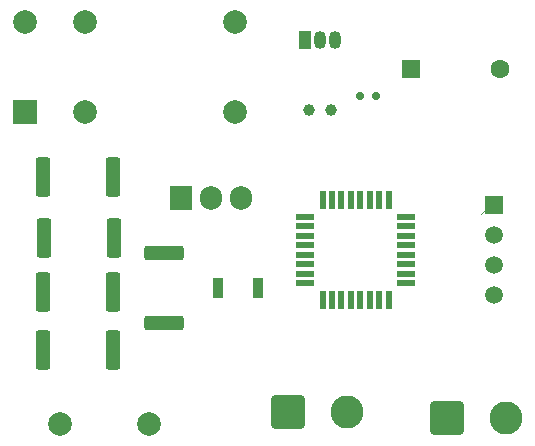
<source format=gbr>
%TF.GenerationSoftware,KiCad,Pcbnew,9.0.0*%
%TF.CreationDate,2025-03-27T13:05:49+05:30*%
%TF.ProjectId,incubator,696e6375-6261-4746-9f72-2e6b69636164,rev?*%
%TF.SameCoordinates,Original*%
%TF.FileFunction,Soldermask,Top*%
%TF.FilePolarity,Negative*%
%FSLAX46Y46*%
G04 Gerber Fmt 4.6, Leading zero omitted, Abs format (unit mm)*
G04 Created by KiCad (PCBNEW 9.0.0) date 2025-03-27 13:05:49*
%MOMM*%
%LPD*%
G01*
G04 APERTURE LIST*
G04 Aperture macros list*
%AMRoundRect*
0 Rectangle with rounded corners*
0 $1 Rounding radius*
0 $2 $3 $4 $5 $6 $7 $8 $9 X,Y pos of 4 corners*
0 Add a 4 corners polygon primitive as box body*
4,1,4,$2,$3,$4,$5,$6,$7,$8,$9,$2,$3,0*
0 Add four circle primitives for the rounded corners*
1,1,$1+$1,$2,$3*
1,1,$1+$1,$4,$5*
1,1,$1+$1,$6,$7*
1,1,$1+$1,$8,$9*
0 Add four rect primitives between the rounded corners*
20,1,$1+$1,$2,$3,$4,$5,0*
20,1,$1+$1,$4,$5,$6,$7,0*
20,1,$1+$1,$6,$7,$8,$9,0*
20,1,$1+$1,$8,$9,$2,$3,0*%
G04 Aperture macros list end*
%ADD10RoundRect,0.250001X-1.149999X-1.149999X1.149999X-1.149999X1.149999X1.149999X-1.149999X1.149999X0*%
%ADD11C,2.800000*%
%ADD12R,1.600000X0.550000*%
%ADD13R,0.550000X1.600000*%
%ADD14RoundRect,0.250000X-0.362500X-1.425000X0.362500X-1.425000X0.362500X1.425000X-0.362500X1.425000X0*%
%ADD15R,1.905000X2.000000*%
%ADD16O,1.905000X2.000000*%
%ADD17RoundRect,0.250000X1.425000X-0.362500X1.425000X0.362500X-1.425000X0.362500X-1.425000X-0.362500X0*%
%ADD18C,1.000000*%
%ADD19R,1.050000X1.500000*%
%ADD20O,1.050000X1.500000*%
%ADD21RoundRect,0.150000X0.150000X0.200000X-0.150000X0.200000X-0.150000X-0.200000X0.150000X-0.200000X0*%
%ADD22C,2.000000*%
%ADD23R,1.600000X1.600000*%
%ADD24C,1.600000*%
%ADD25R,0.900000X1.700000*%
%ADD26R,1.500000X1.500000*%
%ADD27C,1.500000*%
%ADD28R,2.000000X2.000000*%
%ADD29C,0.020000*%
G04 APERTURE END LIST*
D10*
%TO.C,Fan*%
X112500000Y-102000000D03*
D11*
X117500000Y-102000000D03*
%TD*%
D12*
%TO.C,U1*%
X100500000Y-85000000D03*
X100500000Y-85800000D03*
X100500000Y-86600000D03*
X100500000Y-87400000D03*
X100500000Y-88200000D03*
X100500000Y-89000000D03*
X100500000Y-89800000D03*
X100500000Y-90600000D03*
D13*
X101950000Y-92050000D03*
X102750000Y-92050000D03*
X103550000Y-92050000D03*
X104350000Y-92050000D03*
X105150000Y-92050000D03*
X105950000Y-92050000D03*
X106750000Y-92050000D03*
X107550000Y-92050000D03*
D12*
X109000000Y-90600000D03*
X109000000Y-89800000D03*
X109000000Y-89000000D03*
X109000000Y-88200000D03*
X109000000Y-87400000D03*
X109000000Y-86600000D03*
X109000000Y-85800000D03*
X109000000Y-85000000D03*
D13*
X107550000Y-83550000D03*
X106750000Y-83550000D03*
X105950000Y-83550000D03*
X105150000Y-83550000D03*
X104350000Y-83550000D03*
X103550000Y-83550000D03*
X102750000Y-83550000D03*
X101950000Y-83550000D03*
%TD*%
D14*
%TO.C,R4*%
X78272500Y-96285000D03*
X84197500Y-96285000D03*
%TD*%
D15*
%TO.C,Q2*%
X89960000Y-83445000D03*
D16*
X92500000Y-83445000D03*
X95040000Y-83445000D03*
%TD*%
D17*
%TO.C,R5*%
X88500000Y-94000000D03*
X88500000Y-88075000D03*
%TD*%
D18*
%TO.C,16Mhz1*%
X100785000Y-75985000D03*
X102685000Y-75985000D03*
%TD*%
D19*
%TO.C,Q1*%
X100500000Y-70000000D03*
D20*
X101770000Y-70000000D03*
X103040000Y-70000000D03*
%TD*%
D14*
%TO.C,R1*%
X78272500Y-81615000D03*
X84197500Y-81615000D03*
%TD*%
D21*
%TO.C,D1*%
X105100000Y-74735000D03*
X106500000Y-74735000D03*
%TD*%
D22*
%TO.C,C1*%
X79750000Y-102500000D03*
X87250000Y-102500000D03*
%TD*%
D14*
%TO.C,R3*%
X78272500Y-91395000D03*
X84197500Y-91395000D03*
%TD*%
D23*
%TO.C,BZ1*%
X109400000Y-72500000D03*
D24*
X117000000Y-72500000D03*
%TD*%
D14*
%TO.C,R2*%
X78340000Y-86770000D03*
X84265000Y-86770000D03*
%TD*%
D25*
%TO.C,SW1*%
X93100000Y-91000000D03*
X96500000Y-91000000D03*
%TD*%
D10*
%TO.C,Light*%
X99000000Y-101500000D03*
D11*
X104000000Y-101500000D03*
%TD*%
D26*
%TO.C,U2*%
X116500000Y-83960000D03*
D27*
X116500000Y-86500000D03*
X116500000Y-89040000D03*
X116500000Y-91580000D03*
%TD*%
D22*
%TO.C,K1*%
X94500000Y-76120000D03*
D28*
X76720000Y-76120000D03*
D22*
X76720000Y-68500000D03*
X81800000Y-76120000D03*
X81800000Y-68500000D03*
X94500000Y-68500000D03*
%TD*%
D29*
X115346100Y-84723100D02*
X116109200Y-83960000D01*
M02*

</source>
